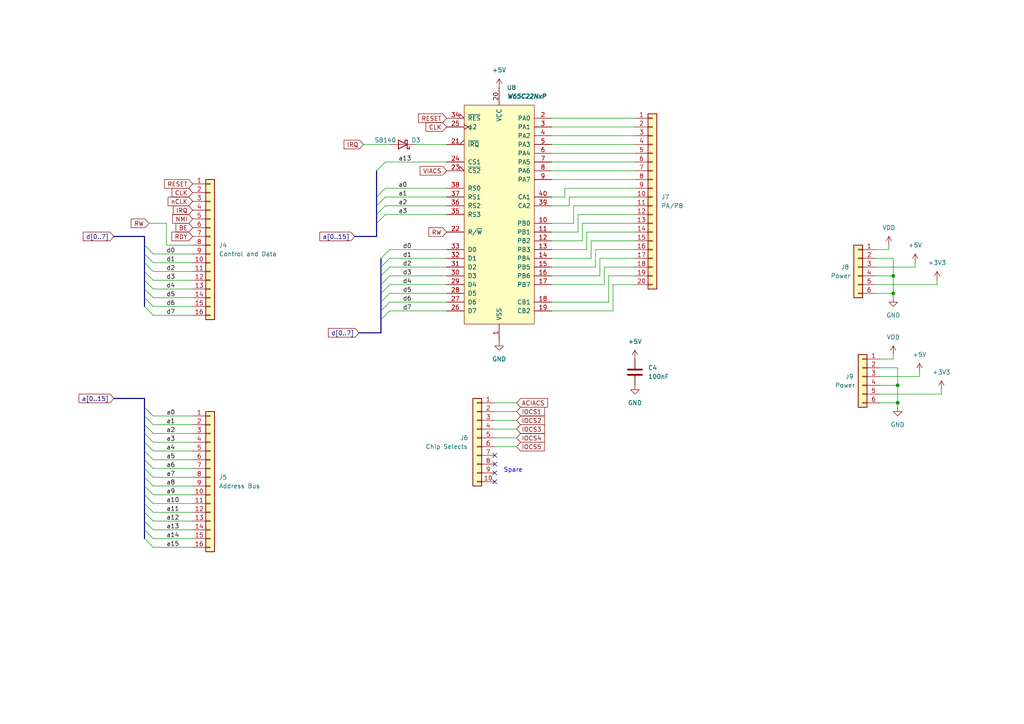
<source format=kicad_sch>
(kicad_sch (version 20230121) (generator eeschema)
  (paper "A4")
  (lib_symbols
    (symbol "Connector_Generic:Conn_01x06" (pin_names (offset 1.016) hide)
      (property "Reference" "J" (at 0 7.62 0))
      (property "Value" "Conn_01x06" (at 0 -10.16 0))
      (symbol "Conn_01x06_1_1"
        (rectangle (start -1.27 -7.493) (end 0 -7.747) (stroke (width 0.1524)))
        (rectangle (start -1.27 -4.953) (end 0 -5.207) (stroke (width 0.1524)))
        (rectangle (start -1.27 -2.413) (end 0 -2.667) (stroke (width 0.1524)))
        (rectangle (start -1.27 0.127) (end 0 -0.127) (stroke (width 0.1524)))
        (rectangle (start -1.27 2.667) (end 0 2.413) (stroke (width 0.1524)))
        (rectangle (start -1.27 5.207) (end 0 4.953) (stroke (width 0.1524)))
        (rectangle (start -1.27 6.35) (end 1.27 -8.89) (stroke (width 0.254)) (fill (type background)))
        (pin passive line (at -5.08 5.08 0) (length 3.81) (name "Pin_1") (number "1"))
        (pin passive line (at -5.08 2.54 0) (length 3.81) (name "Pin_2") (number "2"))
        (pin passive line (at -5.08 0 0) (length 3.81) (name "Pin_3") (number "3"))
        (pin passive line (at -5.08 -2.54 0) (length 3.81) (name "Pin_4") (number "4"))
        (pin passive line (at -5.08 -5.08 0) (length 3.81) (name "Pin_5") (number "5"))
        (pin passive line (at -5.08 -7.62 0) (length 3.81) (name "Pin_6") (number "6"))
      )
    )
    (symbol "Connector_Generic:Conn_01x10" (pin_names (offset 1.016) hide)
      (property "Reference" "J" (at 0 12.7 0))
      (property "Value" "Conn_01x10" (at 0 -15.24 0))
      (symbol "Conn_01x10_1_1"
        (rectangle (start -1.27 -12.573) (end 0 -12.827) (stroke (width 0.1524)))
        (rectangle (start -1.27 -10.033) (end 0 -10.287) (stroke (width 0.1524)))
        (rectangle (start -1.27 -7.493) (end 0 -7.747) (stroke (width 0.1524)))
        (rectangle (start -1.27 -4.953) (end 0 -5.207) (stroke (width 0.1524)))
        (rectangle (start -1.27 -2.413) (end 0 -2.667) (stroke (width 0.1524)))
        (rectangle (start -1.27 0.127) (end 0 -0.127) (stroke (width 0.1524)))
        (rectangle (start -1.27 2.667) (end 0 2.413) (stroke (width 0.1524)))
        (rectangle (start -1.27 5.207) (end 0 4.953) (stroke (width 0.1524)))
        (rectangle (start -1.27 7.747) (end 0 7.493) (stroke (width 0.1524)))
        (rectangle (start -1.27 10.287) (end 0 10.033) (stroke (width 0.1524)))
        (rectangle (start -1.27 11.43) (end 1.27 -13.97) (stroke (width 0.254)) (fill (type background)))
        (pin passive line (at -5.08 10.16 0) (length 3.81) (name "Pin_1") (number "1"))
        (pin passive line (at -5.08 -12.7 0) (length 3.81) (name "Pin_10") (number "10"))
        (pin passive line (at -5.08 7.62 0) (length 3.81) (name "Pin_2") (number "2"))
        (pin passive line (at -5.08 5.08 0) (length 3.81) (name "Pin_3") (number "3"))
        (pin passive line (at -5.08 2.54 0) (length 3.81) (name "Pin_4") (number "4"))
        (pin passive line (at -5.08 0 0) (length 3.81) (name "Pin_5") (number "5"))
        (pin passive line (at -5.08 -2.54 0) (length 3.81) (name "Pin_6") (number "6"))
        (pin passive line (at -5.08 -5.08 0) (length 3.81) (name "Pin_7") (number "7"))
        (pin passive line (at -5.08 -7.62 0) (length 3.81) (name "Pin_8") (number "8"))
        (pin passive line (at -5.08 -10.16 0) (length 3.81) (name "Pin_9") (number "9"))
      )
    )
    (symbol "Connector_Generic:Conn_01x16" (pin_names (offset 1.016) hide)
      (property "Reference" "J" (at 0 20.32 0))
      (property "Value" "Conn_01x16" (at 0 -22.86 0))
      (symbol "Conn_01x16_1_1"
        (rectangle (start -1.27 -20.193) (end 0 -20.447) (stroke (width 0.1524)))
        (rectangle (start -1.27 -17.653) (end 0 -17.907) (stroke (width 0.1524)))
        (rectangle (start -1.27 -15.113) (end 0 -15.367) (stroke (width 0.1524)))
        (rectangle (start -1.27 -12.573) (end 0 -12.827) (stroke (width 0.1524)))
        (rectangle (start -1.27 -10.033) (end 0 -10.287) (stroke (width 0.1524)))
        (rectangle (start -1.27 -7.493) (end 0 -7.747) (stroke (width 0.1524)))
        (rectangle (start -1.27 -4.953) (end 0 -5.207) (stroke (width 0.1524)))
        (rectangle (start -1.27 -2.413) (end 0 -2.667) (stroke (width 0.1524)))
        (rectangle (start -1.27 0.127) (end 0 -0.127) (stroke (width 0.1524)))
        (rectangle (start -1.27 2.667) (end 0 2.413) (stroke (width 0.1524)))
        (rectangle (start -1.27 5.207) (end 0 4.953) (stroke (width 0.1524)))
        (rectangle (start -1.27 7.747) (end 0 7.493) (stroke (width 0.1524)))
        (rectangle (start -1.27 10.287) (end 0 10.033) (stroke (width 0.1524)))
        (rectangle (start -1.27 12.827) (end 0 12.573) (stroke (width 0.1524)))
        (rectangle (start -1.27 15.367) (end 0 15.113) (stroke (width 0.1524)))
        (rectangle (start -1.27 17.907) (end 0 17.653) (stroke (width 0.1524)))
        (rectangle (start -1.27 19.05) (end 1.27 -21.59) (stroke (width 0.254)) (fill (type background)))
        (pin passive line (at -5.08 17.78 0) (length 3.81) (name "Pin_1") (number "1"))
        (pin passive line (at -5.08 -5.08 0) (length 3.81) (name "Pin_10") (number "10"))
        (pin passive line (at -5.08 -7.62 0) (length 3.81) (name "Pin_11") (number "11"))
        (pin passive line (at -5.08 -10.16 0) (length 3.81) (name "Pin_12") (number "12"))
        (pin passive line (at -5.08 -12.7 0) (length 3.81) (name "Pin_13") (number "13"))
        (pin passive line (at -5.08 -15.24 0) (length 3.81) (name "Pin_14") (number "14"))
        (pin passive line (at -5.08 -17.78 0) (length 3.81) (name "Pin_15") (number "15"))
        (pin passive line (at -5.08 -20.32 0) (length 3.81) (name "Pin_16") (number "16"))
        (pin passive line (at -5.08 15.24 0) (length 3.81) (name "Pin_2") (number "2"))
        (pin passive line (at -5.08 12.7 0) (length 3.81) (name "Pin_3") (number "3"))
        (pin passive line (at -5.08 10.16 0) (length 3.81) (name "Pin_4") (number "4"))
        (pin passive line (at -5.08 7.62 0) (length 3.81) (name "Pin_5") (number "5"))
        (pin passive line (at -5.08 5.08 0) (length 3.81) (name "Pin_6") (number "6"))
        (pin passive line (at -5.08 2.54 0) (length 3.81) (name "Pin_7") (number "7"))
        (pin passive line (at -5.08 0 0) (length 3.81) (name "Pin_8") (number "8"))
        (pin passive line (at -5.08 -2.54 0) (length 3.81) (name "Pin_9") (number "9"))
      )
    )
    (symbol "Connector_Generic:Conn_01x20" (pin_names (offset 1.016) hide)
      (property "Reference" "J" (at 0 25.4 0))
      (property "Value" "Conn_01x20" (at 0 -27.94 0))
      (symbol "Conn_01x20_1_1"
        (rectangle (start -1.27 -25.273) (end 0 -25.527) (stroke (width 0.1524)))
        (rectangle (start -1.27 -22.733) (end 0 -22.987) (stroke (width 0.1524)))
        (rectangle (start -1.27 -20.193) (end 0 -20.447) (stroke (width 0.1524)))
        (rectangle (start -1.27 -17.653) (end 0 -17.907) (stroke (width 0.1524)))
        (rectangle (start -1.27 -15.113) (end 0 -15.367) (stroke (width 0.1524)))
        (rectangle (start -1.27 -12.573) (end 0 -12.827) (stroke (width 0.1524)))
        (rectangle (start -1.27 -10.033) (end 0 -10.287) (stroke (width 0.1524)))
        (rectangle (start -1.27 -7.493) (end 0 -7.747) (stroke (width 0.1524)))
        (rectangle (start -1.27 -4.953) (end 0 -5.207) (stroke (width 0.1524)))
        (rectangle (start -1.27 -2.413) (end 0 -2.667) (stroke (width 0.1524)))
        (rectangle (start -1.27 0.127) (end 0 -0.127) (stroke (width 0.1524)))
        (rectangle (start -1.27 2.667) (end 0 2.413) (stroke (width 0.1524)))
        (rectangle (start -1.27 5.207) (end 0 4.953) (stroke (width 0.1524)))
        (rectangle (start -1.27 7.747) (end 0 7.493) (stroke (width 0.1524)))
        (rectangle (start -1.27 10.287) (end 0 10.033) (stroke (width 0.1524)))
        (rectangle (start -1.27 12.827) (end 0 12.573) (stroke (width 0.1524)))
        (rectangle (start -1.27 15.367) (end 0 15.113) (stroke (width 0.1524)))
        (rectangle (start -1.27 17.907) (end 0 17.653) (stroke (width 0.1524)))
        (rectangle (start -1.27 20.447) (end 0 20.193) (stroke (width 0.1524)))
        (rectangle (start -1.27 22.987) (end 0 22.733) (stroke (width 0.1524)))
        (rectangle (start -1.27 24.13) (end 1.27 -26.67) (stroke (width 0.254)) (fill (type background)))
        (pin passive line (at -5.08 22.86 0) (length 3.81) (name "Pin_1") (number "1"))
        (pin passive line (at -5.08 0 0) (length 3.81) (name "Pin_10") (number "10"))
        (pin passive line (at -5.08 -2.54 0) (length 3.81) (name "Pin_11") (number "11"))
        (pin passive line (at -5.08 -5.08 0) (length 3.81) (name "Pin_12") (number "12"))
        (pin passive line (at -5.08 -7.62 0) (length 3.81) (name "Pin_13") (number "13"))
        (pin passive line (at -5.08 -10.16 0) (length 3.81) (name "Pin_14") (number "14"))
        (pin passive line (at -5.08 -12.7 0) (length 3.81) (name "Pin_15") (number "15"))
        (pin passive line (at -5.08 -15.24 0) (length 3.81) (name "Pin_16") (number "16"))
        (pin passive line (at -5.08 -17.78 0) (length 3.81) (name "Pin_17") (number "17"))
        (pin passive line (at -5.08 -20.32 0) (length 3.81) (name "Pin_18") (number "18"))
        (pin passive line (at -5.08 -22.86 0) (length 3.81) (name "Pin_19") (number "19"))
        (pin passive line (at -5.08 20.32 0) (length 3.81) (name "Pin_2") (number "2"))
        (pin passive line (at -5.08 -25.4 0) (length 3.81) (name "Pin_20") (number "20"))
        (pin passive line (at -5.08 17.78 0) (length 3.81) (name "Pin_3") (number "3"))
        (pin passive line (at -5.08 15.24 0) (length 3.81) (name "Pin_4") (number "4"))
        (pin passive line (at -5.08 12.7 0) (length 3.81) (name "Pin_5") (number "5"))
        (pin passive line (at -5.08 10.16 0) (length 3.81) (name "Pin_6") (number "6"))
        (pin passive line (at -5.08 7.62 0) (length 3.81) (name "Pin_7") (number "7"))
        (pin passive line (at -5.08 5.08 0) (length 3.81) (name "Pin_8") (number "8"))
        (pin passive line (at -5.08 2.54 0) (length 3.81) (name "Pin_9") (number "9"))
      )
    )
    (symbol "Device:C" (pin_numbers hide) (pin_names (offset 0.254))
      (property "Reference" "C" (at 0.635 2.54 0))
      (property "Value" "C" (at 0.635 -2.54 0))
      (symbol "C_0_1"
        (polyline (pts (xy -2.032 -0.762) (xy 2.032 -0.762)) (stroke (width 0.508)))
        (polyline (pts (xy -2.032 0.762) (xy 2.032 0.762)) (stroke (width 0.508)))
      )
      (symbol "C_1_1"
        (pin passive line (at 0 3.81 270) (length 2.794) (name "~") (number "1"))
        (pin passive line (at 0 -3.81 90) (length 2.794) (name "~") (number "2"))
      )
    )
    (symbol "Diode:SB140" (pin_numbers hide) (pin_names (offset 1.016) hide)
      (property "Reference" "D" (at 0 2.54 0))
      (property "Value" "SB140" (at 0 -2.54 0))
      (symbol "SB140_0_1"
        (polyline (pts (xy 1.27 0) (xy -1.27 0)))
        (polyline (pts (xy 1.27 1.27) (xy 1.27 -1.27) (xy -1.27 0) (xy 1.27 1.27)) (stroke (width 0.254)))
        (polyline (pts (xy -1.905 0.635) (xy -1.905 1.27) (xy -1.27 1.27) (xy -1.27 -1.27) (xy -0.635 -1.27) (xy -0.635 -0.635)) (stroke (width 0.254)))
      )
      (symbol "SB140_1_1"
        (pin passive line (at -3.81 0 0) (length 2.54) (name "K") (number "1"))
        (pin passive line (at 3.81 0 180) (length 2.54) (name "A") (number "2"))
      )
    )
    (symbol "MOS6502:W65C22NxP" (pin_names (offset 1.016))
      (property "Reference" "U" (at -10.16 33.02 0))
      (property "Value" "W65C22NxP" (at 0 0 90))
      (symbol "W65C22NxP_0_1"
        (rectangle (start -10.16 31.75) (end 10.16 -31.75) (fill (type background)))
      )
      (symbol "W65C22NxP_1_1"
        (pin power_in line (at 0 -36.83 90) (length 5.08) (name "VSS") (number "1"))
        (pin bidirectional line (at 15.24 -2.54 180) (length 5.08) (name "PB0") (number "10"))
        (pin bidirectional line (at 15.24 -5.08 180) (length 5.08) (name "PB1") (number "11"))
        (pin bidirectional line (at 15.24 -7.62 180) (length 5.08) (name "PB2") (number "12"))
        (pin bidirectional line (at 15.24 -10.16 180) (length 5.08) (name "PB3") (number "13"))
        (pin bidirectional line (at 15.24 -12.7 180) (length 5.08) (name "PB4") (number "14"))
        (pin bidirectional line (at 15.24 -15.24 180) (length 5.08) (name "PB5") (number "15"))
        (pin bidirectional line (at 15.24 -17.78 180) (length 5.08) (name "PB6") (number "16"))
        (pin bidirectional line (at 15.24 -20.32 180) (length 5.08) (name "PB7") (number "17"))
        (pin input line (at 15.24 -25.4 180) (length 5.08) (name "CB1") (number "18"))
        (pin bidirectional line (at 15.24 -27.94 180) (length 5.08) (name "CB2") (number "19"))
        (pin bidirectional line (at 15.24 27.94 180) (length 5.08) (name "PA0") (number "2"))
        (pin power_in line (at 0 36.83 270) (length 5.08) (name "VCC") (number "20"))
        (pin open_collector output_low (at -15.24 20.32 0) (length 5.08) (name "~{IRQ}") (number "21"))
        (pin input line (at -15.24 -5.08 0) (length 5.08) (name "R/~{W}") (number "22"))
        (pin input input_low (at -15.24 12.7 0) (length 5.08) (name "~{CS2}") (number "23"))
        (pin input line (at -15.24 15.24 0) (length 5.08) (name "CS1") (number "24"))
        (pin input clock (at -15.24 25.4 0) (length 5.08) (name "ϕ2") (number "25"))
        (pin bidirectional line (at -15.24 -27.94 0) (length 5.08) (name "D7") (number "26"))
        (pin bidirectional line (at -15.24 -25.4 0) (length 5.08) (name "D6") (number "27"))
        (pin bidirectional line (at -15.24 -22.86 0) (length 5.08) (name "D5") (number "28"))
        (pin bidirectional line (at -15.24 -20.32 0) (length 5.08) (name "D4") (number "29"))
        (pin bidirectional line (at 15.24 25.4 180) (length 5.08) (name "PA1") (number "3"))
        (pin bidirectional line (at -15.24 -17.78 0) (length 5.08) (name "D3") (number "30"))
        (pin bidirectional line (at -15.24 -15.24 0) (length 5.08) (name "D2") (number "31"))
        (pin bidirectional line (at -15.24 -12.7 0) (length 5.08) (name "D1") (number "32"))
        (pin bidirectional line (at -15.24 -10.16 0) (length 5.08) (name "D0") (number "33"))
        (pin input input_low (at -15.24 27.94 0) (length 5.08) (name "~{RES}") (number "34"))
        (pin input line (at -15.24 0 0) (length 5.08) (name "RS3") (number "35"))
        (pin input line (at -15.24 2.54 0) (length 5.08) (name "RS2") (number "36"))
        (pin input line (at -15.24 5.08 0) (length 5.08) (name "RS1") (number "37"))
        (pin input line (at -15.24 7.62 0) (length 5.08) (name "RS0") (number "38"))
        (pin bidirectional line (at 15.24 2.54 180) (length 5.08) (name "CA2") (number "39"))
        (pin bidirectional line (at 15.24 22.86 180) (length 5.08) (name "PA2") (number "4"))
        (pin input line (at 15.24 5.08 180) (length 5.08) (name "CA1") (number "40"))
        (pin bidirectional line (at 15.24 20.32 180) (length 5.08) (name "PA3") (number "5"))
        (pin bidirectional line (at 15.24 17.78 180) (length 5.08) (name "PA4") (number "6"))
        (pin bidirectional line (at 15.24 15.24 180) (length 5.08) (name "PA5") (number "7"))
        (pin bidirectional line (at 15.24 12.7 180) (length 5.08) (name "PA6") (number "8"))
        (pin bidirectional line (at 15.24 10.16 180) (length 5.08) (name "PA7") (number "9"))
      )
    )
    (symbol "power:+3V3" (power) (pin_names (offset 0))
      (property "Value" "+3V3" (at 0 3.556 0))
      (symbol "+3V3_0_1"
        (polyline (pts (xy -0.762 1.27) (xy 0 2.54)))
        (polyline (pts (xy 0 0) (xy 0 2.54)))
        (polyline (pts (xy 0 2.54) (xy 0.762 1.27)))
      )
      (symbol "+3V3_1_1"
        (pin power_in line (at 0 0 90) (length 0) hide (name "+3V3") (number "1"))
      )
    )
    (symbol "power:+5V" (power) (pin_names (offset 0))
      (property "Value" "+5V" (at 0 3.556 0))
      (symbol "+5V_0_1"
        (polyline (pts (xy -0.762 1.27) (xy 0 2.54)))
        (polyline (pts (xy 0 0) (xy 0 2.54)))
        (polyline (pts (xy 0 2.54) (xy 0.762 1.27)))
      )
      (symbol "+5V_1_1"
        (pin power_in line (at 0 0 90) (length 0) hide (name "+5V") (number "1"))
      )
    )
    (symbol "power:GND" (power) (pin_names (offset 0))
      (property "Value" "GND" (at 0 -3.81 0))
      (symbol "GND_0_1"
        (polyline (pts (xy 0 0) (xy 0 -1.27) (xy 1.27 -1.27) (xy 0 -2.54) (xy -1.27 -1.27) (xy 0 -1.27)))
      )
      (symbol "GND_1_1"
        (pin power_in line (at 0 0 270) (length 0) hide (name "GND") (number "1"))
      )
    )
    (symbol "power:VDD" (power) (pin_names (offset 0))
      (property "Value" "VDD" (at 0 3.81 0))
      (symbol "VDD_0_1"
        (polyline (pts (xy -0.762 1.27) (xy 0 2.54)))
        (polyline (pts (xy 0 0) (xy 0 2.54)))
        (polyline (pts (xy 0 2.54) (xy 0.762 1.27)))
      )
      (symbol "VDD_1_1"
        (pin power_in line (at 0 0 90) (length 0) hide (name "VDD") (number "1"))
      )
    )
  )
  (junction (at 259.08 85.09))
  (junction (at 260.35 116.84))
  (junction (at 260.35 111.76))
  (junction (at 259.08 80.01))
  (no_connect (at 143.51 137.16))
  (no_connect (at 143.51 139.7))
  (no_connect (at 143.51 132.08))
  (no_connect (at 143.51 134.62))
  (bus_entry (at 44.45 81.28) (size -2.54 -2.54))
  (bus_entry (at 111.76 59.69) (size -2.54 2.54))
  (bus_entry (at 44.45 120.65) (size -2.54 -2.54))
  (bus_entry (at 44.45 146.05) (size -2.54 -2.54))
  (bus_entry (at 44.45 138.43) (size -2.54 -2.54))
  (bus_entry (at 44.45 158.75) (size -2.54 -2.54))
  (bus_entry (at 113.03 90.17) (size -2.54 2.54))
  (bus_entry (at 111.76 46.99) (size -2.54 2.54))
  (bus_entry (at 44.45 73.66) (size -2.54 -2.54))
  (bus_entry (at 113.03 87.63) (size -2.54 2.54))
  (bus_entry (at 44.45 88.9) (size -2.54 -2.54))
  (bus_entry (at 113.03 80.01) (size -2.54 2.54))
  (bus_entry (at 44.45 76.2) (size -2.54 -2.54))
  (bus_entry (at 44.45 128.27) (size -2.54 -2.54))
  (bus_entry (at 113.03 74.93) (size -2.54 2.54))
  (bus_entry (at 44.45 135.89) (size -2.54 -2.54))
  (bus_entry (at 44.45 86.36) (size -2.54 -2.54))
  (bus_entry (at 113.03 85.09) (size -2.54 2.54))
  (bus_entry (at 44.45 148.59) (size -2.54 -2.54))
  (bus_entry (at 44.45 123.19) (size -2.54 -2.54))
  (bus_entry (at 44.45 151.13) (size -2.54 -2.54))
  (bus_entry (at 113.03 77.47) (size -2.54 2.54))
  (bus_entry (at 44.45 143.51) (size -2.54 -2.54))
  (bus_entry (at 44.45 140.97) (size -2.54 -2.54))
  (bus_entry (at 111.76 57.15) (size -2.54 2.54))
  (bus_entry (at 111.76 62.23) (size -2.54 2.54))
  (bus_entry (at 44.45 78.74) (size -2.54 -2.54))
  (bus_entry (at 113.03 72.39) (size -2.54 2.54))
  (bus_entry (at 44.45 83.82) (size -2.54 -2.54))
  (bus_entry (at 44.45 125.73) (size -2.54 -2.54))
  (bus_entry (at 113.03 82.55) (size -2.54 2.54))
  (bus_entry (at 44.45 156.21) (size -2.54 -2.54))
  (bus_entry (at 111.76 54.61) (size -2.54 2.54))
  (bus_entry (at 44.45 91.44) (size -2.54 -2.54))
  (bus_entry (at 44.45 133.35) (size -2.54 -2.54))
  (bus_entry (at 44.45 130.81) (size -2.54 -2.54))
  (bus_entry (at 44.45 153.67) (size -2.54 -2.54))
  (bus (pts (xy 110.49 80.01) (xy 110.49 82.55)))
  (wire (pts (xy 160.02 72.39) (xy 170.18 72.39)))
  (wire (pts (xy 160.02 69.85) (xy 168.91 69.85)))
  (wire (pts (xy 171.45 69.85) (xy 171.45 74.93)))
  (wire (pts (xy 163.83 54.61) (xy 163.83 57.15)))
  (wire (pts (xy 184.15 62.23) (xy 167.64 62.23)))
  (bus (pts (xy 41.91 133.35) (xy 41.91 135.89)))
  (wire (pts (xy 113.03 85.09) (xy 129.54 85.09)))
  (wire (pts (xy 177.8 82.55) (xy 177.8 90.17)))
  (wire (pts (xy 160.02 67.31) (xy 167.64 67.31)))
  (bus (pts (xy 41.91 76.2) (xy 41.91 73.66)))
  (wire (pts (xy 255.27 116.84) (xy 260.35 116.84)))
  (wire (pts (xy 254 74.93) (xy 259.08 74.93)))
  (bus (pts (xy 109.22 62.23) (xy 109.22 64.77)))
  (wire (pts (xy 259.08 85.09) (xy 259.08 86.36)))
  (wire (pts (xy 254 80.01) (xy 259.08 80.01)))
  (bus (pts (xy 110.49 82.55) (xy 110.49 85.09)))
  (bus (pts (xy 110.49 90.17) (xy 110.49 92.71)))
  (bus (pts (xy 41.91 118.11) (xy 41.91 120.65)))
  (bus (pts (xy 41.91 146.05) (xy 41.91 148.59)))
  (bus (pts (xy 41.91 140.97) (xy 41.91 143.51)))
  (bus (pts (xy 109.22 59.69) (xy 109.22 62.23)))
  (wire (pts (xy 160.02 74.93) (xy 171.45 74.93)))
  (bus (pts (xy 109.22 64.77) (xy 109.22 68.58)))
  (bus (pts (xy 41.91 123.19) (xy 41.91 125.73)))
  (bus (pts (xy 110.49 92.71) (xy 110.49 96.52)))
  (wire (pts (xy 44.45 133.35) (xy 55.88 133.35)))
  (wire (pts (xy 167.64 62.23) (xy 167.64 67.31)))
  (wire (pts (xy 163.83 54.61) (xy 184.15 54.61)))
  (wire (pts (xy 184.15 67.31) (xy 170.18 67.31)))
  (wire (pts (xy 184.15 69.85) (xy 171.45 69.85)))
  (wire (pts (xy 160.02 82.55) (xy 175.26 82.55)))
  (wire (pts (xy 160.02 57.15) (xy 163.83 57.15)))
  (wire (pts (xy 160.02 64.77) (xy 166.37 64.77)))
  (wire (pts (xy 44.45 135.89) (xy 55.88 135.89)))
  (wire (pts (xy 184.15 77.47) (xy 175.26 77.47)))
  (wire (pts (xy 143.51 129.54) (xy 149.86 129.54)))
  (wire (pts (xy 44.45 146.05) (xy 55.88 146.05)))
  (bus (pts (xy 110.49 85.09) (xy 110.49 87.63)))
  (bus (pts (xy 110.49 77.47) (xy 110.49 80.01)))
  (wire (pts (xy 260.35 111.76) (xy 260.35 116.84)))
  (wire (pts (xy 44.45 86.36) (xy 55.88 86.36)))
  (bus (pts (xy 41.91 88.9) (xy 41.91 86.36)))
  (bus (pts (xy 41.91 73.66) (xy 41.91 71.12)))
  (wire (pts (xy 265.43 77.47) (xy 265.43 76.2)))
  (wire (pts (xy 44.45 130.81) (xy 55.88 130.81)))
  (wire (pts (xy 165.1 57.15) (xy 184.15 57.15)))
  (wire (pts (xy 44.45 140.97) (xy 55.88 140.97)))
  (wire (pts (xy 44.45 91.44) (xy 55.88 91.44)))
  (wire (pts (xy 44.45 156.21) (xy 55.88 156.21)))
  (wire (pts (xy 160.02 49.53) (xy 184.15 49.53)))
  (wire (pts (xy 44.45 78.74) (xy 55.88 78.74)))
  (bus (pts (xy 41.91 130.81) (xy 41.91 133.35)))
  (wire (pts (xy 260.35 116.84) (xy 260.35 118.11)))
  (wire (pts (xy 44.45 83.82) (xy 55.88 83.82)))
  (wire (pts (xy 172.72 72.39) (xy 172.72 77.47)))
  (wire (pts (xy 160.02 46.99) (xy 184.15 46.99)))
  (bus (pts (xy 109.22 68.58) (xy 102.87 68.58)))
  (wire (pts (xy 143.51 119.38) (xy 149.86 119.38)))
  (wire (pts (xy 255.27 106.68) (xy 260.35 106.68)))
  (bus (pts (xy 41.91 148.59) (xy 41.91 151.13)))
  (bus (pts (xy 41.91 81.28) (xy 41.91 78.74)))
  (wire (pts (xy 184.15 80.01) (xy 176.53 80.01)))
  (wire (pts (xy 184.15 74.93) (xy 173.99 74.93)))
  (wire (pts (xy 48.26 64.77) (xy 48.26 71.12)))
  (wire (pts (xy 160.02 44.45) (xy 184.15 44.45)))
  (wire (pts (xy 113.03 72.39) (xy 129.54 72.39)))
  (wire (pts (xy 160.02 77.47) (xy 172.72 77.47)))
  (wire (pts (xy 113.03 74.93) (xy 129.54 74.93)))
  (wire (pts (xy 44.45 151.13) (xy 55.88 151.13)))
  (wire (pts (xy 44.45 73.66) (xy 55.88 73.66)))
  (wire (pts (xy 259.08 74.93) (xy 259.08 80.01)))
  (wire (pts (xy 166.37 59.69) (xy 166.37 64.77)))
  (wire (pts (xy 48.26 71.12) (xy 55.88 71.12)))
  (wire (pts (xy 44.45 120.65) (xy 55.88 120.65)))
  (wire (pts (xy 260.35 106.68) (xy 260.35 111.76)))
  (bus (pts (xy 41.91 86.36) (xy 41.91 83.82)))
  (wire (pts (xy 168.91 64.77) (xy 168.91 69.85)))
  (wire (pts (xy 113.03 82.55) (xy 129.54 82.55)))
  (wire (pts (xy 143.51 121.92) (xy 149.86 121.92)))
  (wire (pts (xy 111.76 46.99) (xy 129.54 46.99)))
  (wire (pts (xy 44.45 125.73) (xy 55.88 125.73)))
  (wire (pts (xy 113.03 90.17) (xy 129.54 90.17)))
  (bus (pts (xy 41.91 135.89) (xy 41.91 138.43)))
  (wire (pts (xy 257.81 72.39) (xy 257.81 71.12)))
  (wire (pts (xy 160.02 80.01) (xy 173.99 80.01)))
  (wire (pts (xy 176.53 80.01) (xy 176.53 87.63)))
  (wire (pts (xy 259.08 80.01) (xy 259.08 85.09)))
  (wire (pts (xy 160.02 87.63) (xy 176.53 87.63)))
  (wire (pts (xy 44.45 158.75) (xy 55.88 158.75)))
  (wire (pts (xy 160.02 36.83) (xy 184.15 36.83)))
  (wire (pts (xy 43.18 64.77) (xy 48.26 64.77)))
  (bus (pts (xy 41.91 83.82) (xy 41.91 81.28)))
  (wire (pts (xy 184.15 82.55) (xy 177.8 82.55)))
  (wire (pts (xy 44.45 81.28) (xy 55.88 81.28)))
  (wire (pts (xy 113.03 87.63) (xy 129.54 87.63)))
  (wire (pts (xy 160.02 41.91) (xy 184.15 41.91)))
  (wire (pts (xy 44.45 148.59) (xy 55.88 148.59)))
  (wire (pts (xy 160.02 34.29) (xy 184.15 34.29)))
  (bus (pts (xy 109.22 57.15) (xy 109.22 59.69)))
  (wire (pts (xy 184.15 59.69) (xy 166.37 59.69)))
  (bus (pts (xy 110.49 74.93) (xy 110.49 77.47)))
  (bus (pts (xy 41.91 138.43) (xy 41.91 140.97)))
  (wire (pts (xy 255.27 111.76) (xy 260.35 111.76)))
  (wire (pts (xy 160.02 52.07) (xy 184.15 52.07)))
  (wire (pts (xy 160.02 39.37) (xy 184.15 39.37)))
  (bus (pts (xy 41.91 128.27) (xy 41.91 130.81)))
  (wire (pts (xy 173.99 74.93) (xy 173.99 80.01)))
  (wire (pts (xy 113.03 77.47) (xy 129.54 77.47)))
  (wire (pts (xy 44.45 128.27) (xy 55.88 128.27)))
  (bus (pts (xy 41.91 125.73) (xy 41.91 128.27)))
  (wire (pts (xy 165.1 59.69) (xy 160.02 59.69)))
  (bus (pts (xy 41.91 151.13) (xy 41.91 153.67)))
  (bus (pts (xy 41.91 115.57) (xy 41.91 118.11)))
  (wire (pts (xy 120.65 41.91) (xy 129.54 41.91)))
  (wire (pts (xy 165.1 57.15) (xy 165.1 59.69)))
  (bus (pts (xy 110.49 96.52) (xy 104.14 96.52)))
  (wire (pts (xy 105.41 41.91) (xy 113.03 41.91)))
  (bus (pts (xy 41.91 120.65) (xy 41.91 123.19)))
  (wire (pts (xy 184.15 72.39) (xy 172.72 72.39)))
  (wire (pts (xy 266.7 109.22) (xy 266.7 107.95)))
  (wire (pts (xy 111.76 62.23) (xy 129.54 62.23)))
  (wire (pts (xy 254 72.39) (xy 257.81 72.39)))
  (wire (pts (xy 111.76 59.69) (xy 129.54 59.69)))
  (wire (pts (xy 143.51 124.46) (xy 149.86 124.46)))
  (wire (pts (xy 255.27 109.22) (xy 266.7 109.22)))
  (wire (pts (xy 175.26 77.47) (xy 175.26 82.55)))
  (wire (pts (xy 255.27 104.14) (xy 259.08 104.14)))
  (bus (pts (xy 41.91 78.74) (xy 41.91 76.2)))
  (wire (pts (xy 259.08 104.14) (xy 259.08 102.87)))
  (wire (pts (xy 273.05 114.3) (xy 255.27 114.3)))
  (wire (pts (xy 254 77.47) (xy 265.43 77.47)))
  (wire (pts (xy 111.76 54.61) (xy 129.54 54.61)))
  (wire (pts (xy 44.45 88.9) (xy 55.88 88.9)))
  (bus (pts (xy 41.91 71.12) (xy 41.91 68.58)))
  (wire (pts (xy 271.78 81.28) (xy 271.78 82.55)))
  (wire (pts (xy 44.45 143.51) (xy 55.88 143.51)))
  (wire (pts (xy 273.05 113.03) (xy 273.05 114.3)))
  (wire (pts (xy 170.18 67.31) (xy 170.18 72.39)))
  (wire (pts (xy 44.45 123.19) (xy 55.88 123.19)))
  (wire (pts (xy 143.51 116.84) (xy 149.86 116.84)))
  (wire (pts (xy 160.02 90.17) (xy 177.8 90.17)))
  (wire (pts (xy 113.03 80.01) (xy 129.54 80.01)))
  (bus (pts (xy 41.91 143.51) (xy 41.91 146.05)))
  (wire (pts (xy 44.45 76.2) (xy 55.88 76.2)))
  (bus (pts (xy 41.91 68.58) (xy 33.02 68.58)))
  (wire (pts (xy 254 85.09) (xy 259.08 85.09)))
  (wire (pts (xy 44.45 138.43) (xy 55.88 138.43)))
  (bus (pts (xy 110.49 87.63) (xy 110.49 90.17)))
  (bus (pts (xy 41.91 153.67) (xy 41.91 156.21)))
  (bus (pts (xy 33.02 115.57) (xy 41.91 115.57)))
  (wire (pts (xy 271.78 82.55) (xy 254 82.55)))
  (wire (pts (xy 143.51 127) (xy 149.86 127)))
  (wire (pts (xy 184.15 64.77) (xy 168.91 64.77)))
  (wire (pts (xy 44.45 153.67) (xy 55.88 153.67)))
  (bus (pts (xy 109.22 49.53) (xy 109.22 57.15)))
  (wire (pts (xy 111.76 57.15) (xy 129.54 57.15)))
  (text "Spare" (at 146.05 137.16 0) (effects (font (size 1.27 1.27)) (justify left bottom)))
  (label "a15" (at 48.26 158.75 0))
  (label "d3" (at 48.26 81.28 0))
  (label "a3" (at 48.26 128.27 0))
  (label "d4" (at 48.26 83.82 0))
  (label "a0" (at 48.26 120.65 0))
  (label "d2" (at 48.26 78.74 0))
  (label "d7" (at 48.26 91.44 0))
  (label "a6" (at 48.26 135.89 0))
  (label "a13" (at 115.57 46.99 0))
  (label "a2" (at 48.26 125.73 0))
  (label "d6" (at 116.84 87.63 0))
  (label "a12" (at 48.26 151.13 0))
  (label "d4" (at 116.84 82.55 0))
  (label "a2" (at 115.57 59.69 0))
  (label "a8" (at 48.26 140.97 0))
  (label "a11" (at 48.26 148.59 0))
  (label "a3" (at 115.57 62.23 0))
  (label "d1" (at 48.26 76.2 0))
  (label "d5" (at 116.84 85.09 0))
  (label "d3" (at 116.84 80.01 0))
  (label "d2" (at 116.84 77.47 0))
  (label "a10" (at 48.26 146.05 0))
  (label "d5" (at 48.26 86.36 0))
  (label "d0" (at 48.26 73.66 0))
  (label "a4" (at 48.26 130.81 0))
  (label "d6" (at 48.26 88.9 0))
  (label "a13" (at 48.26 153.67 0))
  (label "a0" (at 115.57 54.61 0))
  (label "a7" (at 48.26 138.43 0))
  (label "a5" (at 48.26 133.35 0))
  (label "d0" (at 116.84 72.39 0))
  (label "a1" (at 115.57 57.15 0))
  (label "a9" (at 48.26 143.51 0))
  (label "d7" (at 116.84 90.17 0))
  (label "a1" (at 48.26 123.19 0))
  (label "d1" (at 116.84 74.93 0))
  (label "a14" (at 48.26 156.21 0))
  (global_label "NMI" (shape input) (at 55.88 63.5 180) (property "Intersheetrefs" "${INTERSHEET_REFS}" (effects hide)))
  (global_label "a[0..15]" (shape input) (at 102.87 68.58 180) (property "Intersheetrefs" "${INTERSHEET_REFS}" (effects hide)))
  (global_label "VIACS" (shape input) (at 129.54 49.53 180) (property "Intersheetrefs" "${INTERSHEET_REFS}" (effects hide)))
  (global_label "a[0..15]" (shape input) (at 33.02 115.57 180) (property "Intersheetrefs" "${INTERSHEET_REFS}" (effects hide)))
  (global_label "IOCS4" (shape input) (at 149.86 127 0) (property "Intersheetrefs" "${INTERSHEET_REFS}" (effects hide)))
  (global_label "IOCS3" (shape input) (at 149.86 124.46 0) (property "Intersheetrefs" "${INTERSHEET_REFS}" (effects hide)))
  (global_label "d[0..7]" (shape input) (at 33.02 68.58 180) (property "Intersheetrefs" "${INTERSHEET_REFS}" (effects hide)))
  (global_label "IOCS2" (shape input) (at 149.86 121.92 0) (property "Intersheetrefs" "${INTERSHEET_REFS}" (effects hide)))
  (global_label "RESET" (shape input) (at 55.88 53.34 180) (property "Intersheetrefs" "${INTERSHEET_REFS}" (effects hide)))
  (global_label "ACIACS" (shape input) (at 149.86 116.84 0) (property "Intersheetrefs" "${INTERSHEET_REFS}" (effects hide)))
  (global_label "RW" (shape input) (at 129.54 67.31 180) (property "Intersheetrefs" "${INTERSHEET_REFS}" (effects hide)))
  (global_label "CLK" (shape input) (at 55.88 55.88 180) (property "Intersheetrefs" "${INTERSHEET_REFS}" (effects hide)))
  (global_label "RW" (shape input) (at 43.18 64.77 180) (property "Intersheetrefs" "${INTERSHEET_REFS}" (effects hide)))
  (global_label "CLK" (shape input) (at 129.54 36.83 180) (property "Intersheetrefs" "${INTERSHEET_REFS}" (effects hide)))
  (global_label "IOCS5" (shape input) (at 149.86 129.54 0) (property "Intersheetrefs" "${INTERSHEET_REFS}" (effects hide)))
  (global_label "BE" (shape input) (at 55.88 66.04 180) (property "Intersheetrefs" "${INTERSHEET_REFS}" (effects hide)))
  (global_label "RDY" (shape input) (at 55.88 68.58 180) (property "Intersheetrefs" "${INTERSHEET_REFS}" (effects hide)))
  (global_label "IRQ" (shape input) (at 55.88 60.96 180) (property "Intersheetrefs" "${INTERSHEET_REFS}" (effects hide)))
  (global_label "IOCS1" (shape input) (at 149.86 119.38 0) (property "Intersheetrefs" "${INTERSHEET_REFS}" (effects hide)))
  (global_label "nCLK" (shape input) (at 55.88 58.42 180) (property "Intersheetrefs" "${INTERSHEET_REFS}" (effects hide)))
  (global_label "IRQ" (shape input) (at 105.41 41.91 180) (property "Intersheetrefs" "${INTERSHEET_REFS}" (effects hide)))
  (global_label "d[0..7]" (shape input) (at 104.14 96.52 180) (property "Intersheetrefs" "${INTERSHEET_REFS}" (effects hide)))
  (global_label "RESET" (shape input) (at 129.54 34.29 180) (property "Intersheetrefs" "${INTERSHEET_REFS}" (effects hide)))
  (symbol (lib_id "power:GND") (at 259.08 86.36 0) (unit 1)
    (property "Reference" "#PWR056" (effects hide))
    (property "Value" "GND" (at 259.08 91.44 0))
  )
  (symbol (lib_id "power:+5V") (at 144.78 25.4 0) (unit 1)
    (property "Reference" "#PWR051" (effects hide))
    (property "Value" "+5V" (at 144.78 20.32 0))
  )
  (symbol (lib_id "Connector_Generic:Conn_01x10") (at 138.43 127 0) (mirror y) (unit 1)
    (property "Reference" "J6" (at 134.62 127 0))
    (property "Value" "Chip Selects" (at 129.54 129.54 0))
    (property "Footprint" "Connector_PinSocket_2.54mm:PinSocket_1x10_P2.54mm_Vertical" (effects hide))
  )
  (symbol (lib_id "Device:C") (at 184.15 107.95 0) (unit 1)
    (property "Reference" "C4" (at 187.96 106.68 0) (effects (justify left)))
    (property "Value" "100nF" (at 187.96 109.22 0) (effects (justify left)))
    (property "Footprint" "Capacitor_THT:C_Disc_D6.0mm_W2.5mm_P5.00mm" (effects hide))
    (instances (project "MiniComputerBase" (path "" (reference "C4") (unit 1)) (path "" (reference "C6") (unit 1)) (path "" (reference "C11") (unit 1))))
  )
  (symbol (lib_id "power:GND") (at 144.78 99.06 0) (unit 1)
    (property "Reference" "#PWR052" (effects hide))
    (property "Value" "GND" (at 144.78 104.14 0))
  )
  (symbol (lib_id "power:VDD") (at 259.08 102.87 0) (unit 1)
    (property "Reference" "#PWR057" (effects hide))
    (property "Value" "VDD" (at 259.08 97.79 0))
  )
  (symbol (lib_id "power:GND") (at 260.35 118.11 0) (unit 1)
    (property "Reference" "#PWR058" (effects hide))
    (property "Value" "GND" (at 260.35 123.19 0))
  )
  (symbol (lib_id "Connector_Generic:Conn_01x06") (at 248.92 77.47 0) (mirror y) (unit 1)
    (property "Reference" "J8" (at 245.11 77.47 0))
    (property "Value" "Power" (at 243.84 80.01 0))
    (property "Footprint" "Connector_PinSocket_2.54mm:PinSocket_1x06_P2.54mm_Vertical" (effects hide))
  )
  (symbol (lib_id "Connector_Generic:Conn_01x06") (at 250.19 109.22 0) (mirror y) (unit 1)
    (property "Reference" "J9" (at 246.38 109.22 0))
    (property "Value" "Power" (at 245.11 111.76 0))
    (property "Footprint" "Connector_PinSocket_2.54mm:PinSocket_1x06_P2.54mm_Vertical" (effects hide))
  )
  (symbol (lib_id "Connector_Generic:Conn_01x20") (at 189.23 57.15 0) (unit 1)
    (property "Reference" "J7" (at 191.77 57.15 0) (effects (justify left)))
    (property "Value" "PA/PB" (at 191.77 59.69 0) (effects (justify left)))
    (property "Footprint" "Connector_PinSocket_2.54mm:PinSocket_1x20_P2.54mm_Vertical" (effects hide))
  )
  (symbol (lib_id "MOS6502:W65C22NxP") (at 144.78 62.23 0) (unit 1)
    (property "Reference" "U8" (at 146.9741 25.4 0) (effects (justify left)))
    (property "Value" "W65C22NxP" (at 146.9741 27.94 0) (effects (font bold italic) (justify left)))
    (property "Footprint" "Package_DIP:DIP-40_W15.24mm" (effects hide))
    (property "Datasheet" "http://www.westerndesigncenter.com/wdc/documentation/w65c22.pdf" (effects hide))
  )
  (symbol (lib_id "power:+3V3") (at 273.05 113.03 0) (unit 1)
    (property "Reference" "#PWR062" (effects hide))
    (property "Value" "+3V3" (at 273.05 107.95 0))
  )
  (symbol (lib_id "power:+5V") (at 265.43 76.2 0) (unit 1)
    (property "Reference" "#PWR059" (effects hide))
    (property "Value" "+5V" (at 265.43 71.12 0))
  )
  (symbol (lib_id "Connector_Generic:Conn_01x16") (at 60.96 138.43 0) (unit 1)
    (property "Reference" "J5" (at 63.5 138.43 0) (effects (justify left)))
    (property "Value" "Address Bus" (at 63.5 140.97 0) (effects (justify left)))
    (property "Footprint" "Connector_PinSocket_2.54mm:PinSocket_1x16_P2.54mm_Vertical" (effects hide))
  )
  (symbol (lib_id "power:+3V3") (at 271.78 81.28 0) (unit 1)
    (property "Reference" "#PWR061" (effects hide))
    (property "Value" "+3V3" (at 271.78 76.2 0))
  )
  (symbol (lib_id "power:+5V") (at 184.15 104.14 0) (unit 1)
    (property "Reference" "#PWR026" (effects hide))
    (property "Value" "+5V" (at 184.15 99.06 0))
    (instances (project "MiniComputerBase" (path "" (reference "#PWR026") (unit 1)) (path "" (reference "#PWR034") (unit 1)) (path "" (reference "#PWR053") (unit 1))))
  )
  (symbol (lib_id "Diode:SB140") (at 116.84 41.91 180) (unit 1)
    (property "Reference" "D3" (at 120.65 40.64 0))
    (property "Value" "SB140" (at 111.76 40.64 0))
    (property "Footprint" "Diode_THT:D_DO-41_SOD81_P10.16mm_Horizontal" (effects hide))
    (property "Datasheet" "http://www.diodes.com/_files/datasheets/ds23022.pdf" (effects hide))
  )
  (symbol (lib_id "power:VDD") (at 257.81 71.12 0) (unit 1)
    (property "Reference" "#PWR055" (effects hide))
    (property "Value" "VDD" (at 257.81 66.04 0))
  )
  (symbol (lib_id "power:+5V") (at 266.7 107.95 0) (unit 1)
    (property "Reference" "#PWR060" (effects hide))
    (property "Value" "+5V" (at 266.7 102.87 0))
  )
  (symbol (lib_id "power:GND") (at 184.15 111.76 0) (unit 1)
    (property "Reference" "#PWR025" (effects hide))
    (property "Value" "GND" (at 184.15 116.84 0))
    (instances (project "MiniComputerBase" (path "" (reference "#PWR025") (unit 1)) (path "" (reference "#PWR035") (unit 1)) (path "" (reference "#PWR054") (unit 1))))
  )
  (symbol (lib_id "Connector_Generic:Conn_01x16") (at 60.96 71.12 0) (unit 1)
    (property "Reference" "J4" (at 63.5 71.12 0) (effects (justify left)))
    (property "Value" "Control and Data" (at 63.5 73.66 0) (effects (justify left)))
    (property "Footprint" "Connector_PinSocket_2.54mm:PinSocket_1x16_P2.54mm_Vertical" (effects hide))
  )
)
</source>
